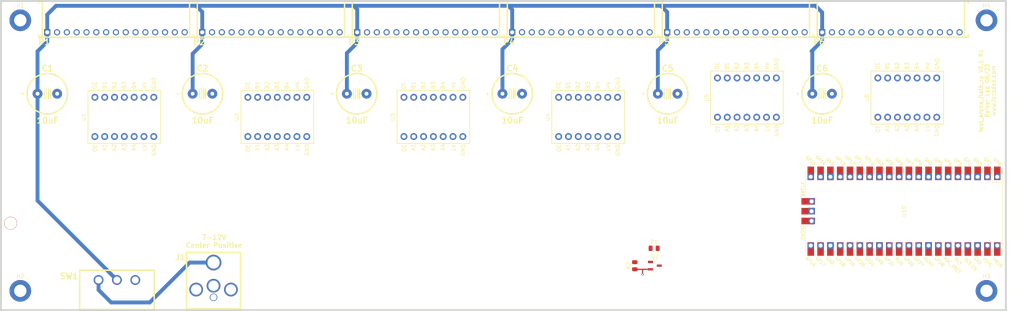
<source format=kicad_pcb>
(kicad_pcb (version 20221018) (generator pcbnew)
  (layers (0 "F.Cu" signal) (1 "In1.Cu" signal) (2 "In2.Cu" signal) (31 "B.Cu" signal) (34 "B.Paste" user) (35 "F.Paste" user) (36 "B.SilkS" user "B.Silkscreen") (37 "F.SilkS" user "F.Silkscreen") (38 "B.Mask" user) (39 "F.Mask" user) (44 "Edge.Cuts" user))
  (net 0 "")
  (net 1 "/3V3")
  (net 2 "/5V")
  (net 3 "/CS_0_3V3")
  (net 4 "/CS_0_5V")
  (net 5 "/CS_1_3V3")
  (net 6 "/CS_1_5V")
  (net 7 "/CS_2_3V3")
  (net 8 "/CS_2_5V")
  (net 9 "/CS_3_3V3")
  (net 10 "/CS_3_5V")
  (net 11 "/CS_4_3V3")
  (net 12 "/CS_4_5V")
  (net 13 "/CS_5_3V3")
  (net 14 "/CS_5_5V")
  (net 15 "/EXT_INT_5V")
  (net 16 "/MISO_0_5V")
  (net 17 "/MISO_1_5V")
  (net 18 "/MISO_2_5V")
  (net 19 "/MISO_3_5V")
  (net 20 "/MISO_4_5V")
  (net 21 "/MISO_5_5V")
  (net 22 "/MOSI_0_3V3")
  (net 23 "/MOSI_0_5V")
  (net 24 "/MOSI_1_3V3")
  (net 25 "/MOSI_1_5V")
  (net 26 "/MOSI_2_3V3")
  (net 27 "/MOSI_2_5V")
  (net 28 "/MOSI_3_3V3")
  (net 29 "/MOSI_3_5V")
  (net 30 "/MOSI_4_3V3")
  (net 31 "/MOSI_4_5V")
  (net 32 "/MOSI_5_3V3")
  (net 33 "/MOSI_5_5V")
  (net 34 "/RESET_PAN")
  (net 35 "/SCK_0_3V3")
  (net 36 "/SCK_0_5V")
  (net 37 "/SCK_1_3V3")
  (net 38 "/SCK_1_5V")
  (net 39 "/SCK_2_3V3")
  (net 40 "/SCK_2_5V")
  (net 41 "/SCK_3_3V3")
  (net 42 "/SCK_3_5V")
  (net 43 "/SCK_4_3V3")
  (net 44 "/SCK_4_5V")
  (net 45 "/SCK_5_3V3")
  (net 46 "/SCK_5_5V")
  (net 47 "GND")
  (net 48 "/VIN")
  (net 49 "/VIN_SW")
  (net 62 "Net-(Q2-G)")
  (net 63 "/RESET")
  (net 65 "/MISO_0_3V3")
  (net 68 "/MISO_1_3V3")
  (net 71 "/MISO_2_3V3")
  (net 74 "/MISO_3_3V3")
  (net 77 "/MISO_4_3V3")
  (net 80 "/MISO_5_3V3")
  (footprint "arena_custom:Capacitor_Polarized" (layer "F.Cu") (at 52 74)
    (fp_text reference "C1")
    (fp_text value "10uF")
  )
  (footprint "arena_custom:Capacitor_Polarized" (layer "F.Cu") (at 92.14 74)
    (fp_text reference "C2")
    (fp_text value "10uF")
  )
  (footprint "arena_custom:Capacitor_Polarized" (layer "F.Cu") (at 132.04 74)
    (fp_text reference "C3")
    (fp_text value "10uF")
  )
  (footprint "arena_custom:Capacitor_Polarized" (layer "F.Cu") (at 172.290178 74)
    (fp_text reference "C4")
    (fp_text value "10uF")
  )
  (footprint "arena_custom:Capacitor_Polarized" (layer "F.Cu") (at 212.5 74)
    (fp_text reference "C5")
    (fp_text value "10uF")
  )
  (footprint "arena_custom:HEADER_TOP" (layer "F.Cu") (at 69.75 58.1)
    (fp_text reference "P1")
    (fp_text value "CONN15")
  )
  (footprint "arena_custom:HEADER_TOP" (layer "F.Cu") (at 109.85 58.1)
    (fp_text reference "P2")
    (fp_text value "CONN15")
  )
  (footprint "arena_custom:HEADER_TOP" (layer "F.Cu") (at 149.95 58.1)
    (fp_text reference "P3")
    (fp_text value "CONN15")
  )
  (footprint "arena_custom:HEADER_TOP" (layer "F.Cu") (at 190.05 58.1)
    (fp_text reference "P4")
    (fp_text value "CONN15")
  )
  (footprint "arena_custom:HEADER_TOP" (layer "F.Cu") (at 230.15 58.1)
    (fp_text reference "P5")
    (fp_text value "CONN15")
  )
  (footprint "arena_custom:HEADER_TOP" (layer "F.Cu") (at 270.25 58.1)
    (fp_text reference "P6")
    (fp_text value "CONN15")
  )
  (footprint "MOUNT_HOLE_4_40" (layer "F.Cu") (at 42.5 107.5)
    (fp_text reference "M6" hide)
    (fp_text value "VAL**" hide)
  )
  (footprint "arena_custom:slide_switch" (layer "F.Cu") (at 70 124.74)
    (fp_text reference "SW1")
    (fp_text value "SW_SPDT" hide)
  )
  (footprint "arena_custom:SPARKFUN_TXB0104" (layer "F.Cu") (at 71.92 80 90)
    (fp_text reference "U1")
    (fp_text value "SPARKFUN_TXB0104" hide)
  )
  (footprint "arena_custom:SPARKFUN_TXB0104" (layer "F.Cu") (at 111.5 80 90)
    (fp_text reference "U2")
    (fp_text value "SPARKFUN_TXB0104" hide)
  )
  (footprint "arena_custom:SPARKFUN_TXB0104" (layer "F.Cu") (at 151.88 80 90)
    (fp_text reference "U3")
    (fp_text value "SPARKFUN_TXB0104" hide)
  )
  (footprint "arena_custom:SPARKFUN_TXB0104" (layer "F.Cu") (at 191.92 80 90)
    (fp_text reference "U4")
    (fp_text value "SPARKFUN_TXB0104" hide)
  )
  (footprint "arena_custom:SPARKFUN_TXB0104" (layer "F.Cu") (at 233 75 90)
    (fp_text reference "U5")
    (fp_text value "SPARKFUN_TXB0104" hide)
  )
  (footprint "arena_custom:SPARKFUN_TXB0104" (layer "F.Cu") (at 274.5 75 90)
    (fp_text reference "U6")
    (fp_text value "SPARKFUN_TXB0104" hide)
  )
  (footprint "arena_custom:DCJACK_2PIN_HIGHCURRENT" (layer "F.Cu") (at 95 129.6738 180)
    (fp_text reference "J1")
    (fp_text value "Barrel_Jack" hide)
  )
  (footprint "MountingHole:MountingHole_3.2mm_M3_DIN965_Pad" (layer "F.Cu") (at 295 125)
    (fp_text reference "H3")
    (fp_text value "MountingHole_Pad")
  )
  (footprint "Package_TO_SOT_SMD:SOT-23-3" (layer "F.Cu") (at 209.19 118.48)
    (fp_text reference "Q2")
    (fp_text value "MOSFET_NCHAN")
  )
  (footprint "MountingHole:MountingHole_3.2mm_M3_DIN965_Pad" (layer "F.Cu") (at 295 55)
    (fp_text reference "H4")
    (fp_text value "MountingHole_Pad")
  )
  (footprint "MountingHole:MountingHole_3.2mm_M3_DIN965_Pad" (layer "F.Cu") (at 45 55)
    (fp_text reference "H1")
    (fp_text value "MountingHole_Pad")
  )
  (footprint "Resistor_SMD:R_0805_2012Metric" (layer "F.Cu") (at 204 118.5 90)
    (fp_text reference "R2")
    (fp_text value "20k")
  )
  (footprint "Resistor_SMD:R_0805_2012Metric" (layer "F.Cu") (at 209 114)
    (fp_text reference "R1")
    (fp_text value "200")
  )
  (footprint "arena_custom:Capacitor_Polarized" (layer "F.Cu") (at 252.46 74)
    (fp_text reference "C6")
    (fp_text value "10uF")
  )
  (footprint "MountingHole:MountingHole_3.2mm_M3_DIN965_Pad" (layer "F.Cu") (at 45 125)
    (fp_text reference "H2")
    (fp_text value "MountingHole_Pad")
  )
  (footprint "MCU_RaspberryPi_and_Boards:RPi_Pico_SMD_TH" (layer "F.Cu") (at 273.65 104.39 -90)
    (fp_text reference "U10")
    (fp_text value "Pico")
  )
  (gr_line (start 40 50) (end 40 130) (stroke (width 0.5)) (layer "Edge.Cuts"))
  (gr_line (start 40 50) (end 300 50) (stroke (width 0.5)) (layer "Edge.Cuts"))
  (gr_line (start 40 130) (end 300 130) (stroke (width 0.5)) (layer "Edge.Cuts"))
  (gr_line (start 300 50) (end 300 130) (stroke (width 0.5)) (layer "Edge.Cuts"))
  (gr_text "7-12V\nCenter Positive" (at 95.1 112.2) (layer "F.SilkS") (effects (font (size 1.27 1.27) (thickness 0.254))))
  (gr_text "test_arena_flat6_rp V0.1 R1\nReiser Lab 06/23\nwww.iorodeo.com" (at 295.2 73.2 90) (layer "F.SilkS") (effects (font (size 1.016 1.016) (thickness 0.2032))))
  (segment (start 206 119.43) (end 204.0175 119.43) (width 0.3) (layer "F.Cu") (net 47))
  (segment (start 204.0175 119.43) (end 204 119.4125) (width 0.3) (layer "F.Cu") (net 47))
  (segment (start 208.0525 119.43) (end 206 119.43) (width 0.3) (layer "F.Cu") (net 47))
  (segment (start 206 119.43) (end 206 120.75) (width 0.3) (layer "F.Cu") (net 47))
  (via (at 206 120.75) (size 0.6) (drill 0.3) (layers "F.Cu" "B.Cu") (net 47))
  (segment (start 209.96 62.79) (end 209.96 74) (width 1) (layer "B.Cu") (net 48))
  (segment (start 172.27 52.27) (end 172.27 58.1) (width 1) (layer "B.Cu") (net 48))
  (segment (start 212.37 52.87) (end 212.37 58.1) (width 1) (layer "B.Cu") (net 48))
  (segment (start 212.37 58.1) (end 212.37 60.38) (width 1) (layer "B.Cu") (net 48))
  (segment (start 249.75 63) (end 249.92 63.17) (width 1) (layer "B.Cu") (net 48))
  (segment (start 89.6 63.65) (end 89.6 74) (width 1) (layer "B.Cu") (net 48))
  (segment (start 51.97 58.1) (end 51.97 53.53) (width 1) (layer "B.Cu") (net 48))
  (segment (start 250.75 51.25) (end 252.47 52.97) (width 1) (layer "B.Cu") (net 48))
  (segment (start 90.5 51.25) (end 92.07 52.82) (width 1) (layer "B.Cu") (net 48))
  (segment (start 252.47 58.1) (end 252.47 60.28) (width 1) (layer "B.Cu") (net 48))
  (segment (start 172.27 58.1) (end 172.27 59.98) (width 1) (layer "B.Cu") (net 48))
  (segment (start 172.27 59.98) (end 169.750178 62.499822) (width 1) (layer "B.Cu") (net 48))
  (segment (start 171.25 51.25) (end 210.75 51.25) (width 1) (layer "B.Cu") (net 48))
  (segment (start 132.17 58.1) (end 132.17 60.83) (width 1) (layer "B.Cu") (net 48))
  (segment (start 49.46 74) (end 49.46 63.04) (width 1) (layer "B.Cu") (net 48))
  (segment (start 249.92 63.17) (end 249.92 74) (width 1) (layer "B.Cu") (net 48))
  (segment (start 92.07 58.1) (end 92.07 61.18) (width 1) (layer "B.Cu") (net 48))
  (segment (start 90.5 51.25) (end 131.25 51.25) (width 1) (layer "B.Cu") (net 48))
  (segment (start 51.97 53.53) (end 54.25 51.25) (width 1) (layer "B.Cu") (net 48))
  (segment (start 92.07 61.18) (end 89.6 63.65) (width 1) (layer "B.Cu") (net 48))
  (segment (start 51.97 60.53) (end 51.97 58.1) (width 1) (layer "B.Cu") (net 48))
  (segment (start 252.47 60.28) (end 249.75 63) (width 1) (layer "B.Cu") (net 48))
  (segment (start 54.25 51.25) (end 90.5 51.25) (width 1) (layer "B.Cu") (net 48))
  (segment (start 210.75 51.25) (end 212.37 52.87) (width 1) (layer "B.Cu") (net 48))
  (segment (start 92.07 52.82) (end 92.07 58.1) (width 1) (layer "B.Cu") (net 48))
  (segment (start 132.17 52.17) (end 132.17 58.1) (width 1) (layer "B.Cu") (net 48))
  (segment (start 171.25 51.25) (end 172.27 52.27) (width 1) (layer "B.Cu") (net 48))
  (segment (start 131.25 51.25) (end 171.25 51.25) (width 1) (layer "B.Cu") (net 48))
  (segment (start 132.17 60.83) (end 129.5 63.5) (width 1) (layer "B.Cu") (net 48))
  (segment (start 129.5 63.5) (end 129.5 74) (width 1) (layer "B.Cu") (net 48))
  (segment (start 212.37 60.38) (end 209.96 62.79) (width 1) (layer "B.Cu") (net 48))
  (segment (start 49.46 63.04) (end 51.97 60.53) (width 1) (layer "B.Cu") (net 48))
  (segment (start 131.25 51.25) (end 132.17 52.17) (width 1) (layer "B.Cu") (net 48))
  (segment (start 70 122.2) (end 49.46 101.66) (width 1) (layer "B.Cu") (net 48))
  (segment (start 252.47 52.97) (end 252.47 58.1) (width 1) (layer "B.Cu") (net 48))
  (segment (start 210.75 51.25) (end 250.75 51.25) (width 1) (layer "B.Cu") (net 48))
  (segment (start 49.46 101.66) (end 49.46 74) (width 1) (layer "B.Cu") (net 48))
  (segment (start 169.750178 62.499822) (end 169.750178 74) (width 1) (layer "B.Cu") (net 48))
  (segment (start 68.5 128) (end 65.2502 124.7502) (width 1) (layer "B.Cu") (net 49))
  (segment (start 88.815 117.685) (end 78.5 128) (width 1) (layer "B.Cu") (net 49))
  (segment (start 65.2502 124.7502) (end 65.2502 122.2) (width 1) (layer "B.Cu") (net 49))
  (segment (start 78.5 128) (end 68.5 128) (width 1) (layer "B.Cu") (net 49))
  (segment (start 95 117.685) (end 88.815 117.685) (width 1) (layer "B.Cu") (net 49))
)
</source>
